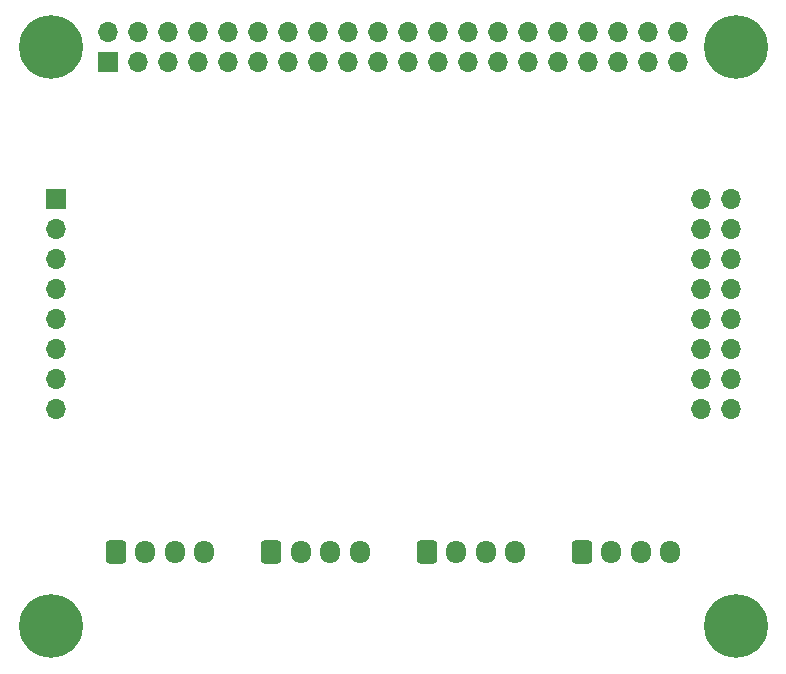
<source format=gbr>
%TF.GenerationSoftware,KiCad,Pcbnew,9.0.0*%
%TF.CreationDate,2025-04-05T00:09:13-04:00*%
%TF.ProjectId,KXR_pi_hat_v0.2,4b58525f-7069-45f6-9861-745f76302e32,rev?*%
%TF.SameCoordinates,Original*%
%TF.FileFunction,Soldermask,Top*%
%TF.FilePolarity,Negative*%
%FSLAX46Y46*%
G04 Gerber Fmt 4.6, Leading zero omitted, Abs format (unit mm)*
G04 Created by KiCad (PCBNEW 9.0.0) date 2025-04-05 00:09:13*
%MOMM*%
%LPD*%
G01*
G04 APERTURE LIST*
G04 Aperture macros list*
%AMRoundRect*
0 Rectangle with rounded corners*
0 $1 Rounding radius*
0 $2 $3 $4 $5 $6 $7 $8 $9 X,Y pos of 4 corners*
0 Add a 4 corners polygon primitive as box body*
4,1,4,$2,$3,$4,$5,$6,$7,$8,$9,$2,$3,0*
0 Add four circle primitives for the rounded corners*
1,1,$1+$1,$2,$3*
1,1,$1+$1,$4,$5*
1,1,$1+$1,$6,$7*
1,1,$1+$1,$8,$9*
0 Add four rect primitives between the rounded corners*
20,1,$1+$1,$2,$3,$4,$5,0*
20,1,$1+$1,$4,$5,$6,$7,0*
20,1,$1+$1,$6,$7,$8,$9,0*
20,1,$1+$1,$8,$9,$2,$3,0*%
G04 Aperture macros list end*
%ADD10C,5.400000*%
%ADD11R,1.700000X1.700000*%
%ADD12O,1.700000X1.700000*%
%ADD13RoundRect,0.250000X-0.600000X-0.725000X0.600000X-0.725000X0.600000X0.725000X-0.600000X0.725000X0*%
%ADD14O,1.700000X1.950000*%
G04 APERTURE END LIST*
D10*
%TO.C,REF\u002A\u002A*%
X121500000Y-73500000D03*
%TD*%
D11*
%TO.C,ADS1256 Breakout*%
X63925000Y-86365000D03*
D12*
X63925000Y-88905000D03*
X63925000Y-91445000D03*
X63925000Y-93985000D03*
X63925000Y-96525000D03*
X63925000Y-99065000D03*
X63925000Y-101605000D03*
X63925000Y-104145000D03*
X118535000Y-86380000D03*
X121075000Y-86380000D03*
X118535000Y-88920000D03*
X121075000Y-88920000D03*
X118535000Y-91460000D03*
X121075000Y-91460000D03*
X118535000Y-94000000D03*
X121075000Y-94000000D03*
X118535000Y-96540000D03*
X121075000Y-96540000D03*
X118535000Y-99080000D03*
X121075000Y-99080000D03*
X118535000Y-101620000D03*
X121075000Y-101620000D03*
X118535000Y-104160000D03*
X121075000Y-104160000D03*
%TD*%
D13*
%TO.C,J1*%
X69025000Y-116250000D03*
D14*
X71525000Y-116250000D03*
X74025000Y-116250000D03*
X76525000Y-116250000D03*
%TD*%
D10*
%TO.C,REF\u002A\u002A*%
X63500000Y-73500000D03*
%TD*%
D13*
%TO.C,J4*%
X108475000Y-116250000D03*
D14*
X110975000Y-116250000D03*
X113475000Y-116250000D03*
X115975000Y-116250000D03*
%TD*%
D10*
%TO.C,REF\u002A\u002A*%
X63500000Y-122500000D03*
%TD*%
%TO.C,REF\u002A\u002A*%
X121500000Y-122500000D03*
%TD*%
D13*
%TO.C,J2*%
X82175000Y-116250000D03*
D14*
X84675000Y-116250000D03*
X87175000Y-116250000D03*
X89675000Y-116250000D03*
%TD*%
D13*
%TO.C,J3*%
X95325000Y-116250000D03*
D14*
X97825000Y-116250000D03*
X100325000Y-116250000D03*
X102825000Y-116250000D03*
%TD*%
D11*
%TO.C,U1*%
X68365000Y-74770000D03*
D12*
X68365000Y-72230000D03*
X70905000Y-74770000D03*
X70905000Y-72230000D03*
X73445000Y-74770000D03*
X73445000Y-72230000D03*
X75985000Y-74770000D03*
X75985000Y-72230000D03*
X78525000Y-74770000D03*
X78525000Y-72230000D03*
X81065000Y-74770000D03*
X81065000Y-72230000D03*
X83605000Y-74770000D03*
X83605000Y-72230000D03*
X86145000Y-74770000D03*
X86145000Y-72230000D03*
X88685000Y-74770000D03*
X88685000Y-72230000D03*
X91225000Y-74770000D03*
X91225000Y-72230000D03*
X93765000Y-74770000D03*
X93765000Y-72230000D03*
X96305000Y-74770000D03*
X96305000Y-72230000D03*
X98845000Y-74770000D03*
X98845000Y-72230000D03*
X101385000Y-74770000D03*
X101385000Y-72230000D03*
X103925000Y-74770000D03*
X103925000Y-72230000D03*
X106465000Y-74770000D03*
X106465000Y-72230000D03*
X109005000Y-74770000D03*
X109005000Y-72230000D03*
X111545000Y-74770000D03*
X111545000Y-72230000D03*
X114085000Y-74770000D03*
X114085000Y-72230000D03*
X116625000Y-74770000D03*
X116625000Y-72230000D03*
%TD*%
M02*

</source>
